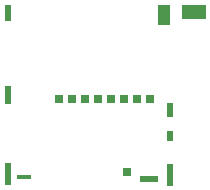
<source format=gtp>
G04 (created by PCBNEW (2013-june-11)-stable) date Sat 02 Aug 2014 12:41:53 PM PDT*
%MOIN*%
G04 Gerber Fmt 3.4, Leading zero omitted, Abs format*
%FSLAX34Y34*%
G01*
G70*
G90*
G04 APERTURE LIST*
%ADD10C,0.00590551*%
%ADD11R,0.0251968X0.0275591*%
%ADD12R,0.0610236X0.0216535*%
%ADD13R,0.0275591X0.0275591*%
%ADD14R,0.0224409X0.0570866*%
%ADD15R,0.0204724X0.0649606*%
%ADD16R,0.0224409X0.0771654*%
%ADD17R,0.0511811X0.0177165*%
%ADD18R,0.0224409X0.0728346*%
%ADD19R,0.0204724X0.0322835*%
%ADD20R,0.0204724X0.0452756*%
%ADD21R,0.0397638X0.0669291*%
%ADD22R,0.0787402X0.0472441*%
G04 APERTURE END LIST*
G54D10*
G54D11*
X108516Y-43479D03*
X108950Y-43479D03*
X109383Y-43479D03*
X109816Y-43479D03*
X110249Y-43479D03*
X110682Y-43479D03*
X111115Y-43479D03*
X111548Y-43479D03*
G54D12*
X111507Y-46147D03*
G54D13*
X110761Y-45920D03*
G54D14*
X106818Y-40635D03*
G54D15*
X106808Y-43361D03*
G54D16*
X106818Y-45987D03*
G54D17*
X107324Y-46100D03*
G54D18*
X112192Y-46009D03*
G54D19*
X112201Y-44716D03*
G54D20*
X112201Y-43846D03*
G54D21*
X111995Y-40684D03*
G54D22*
X113000Y-40600D03*
M02*

</source>
